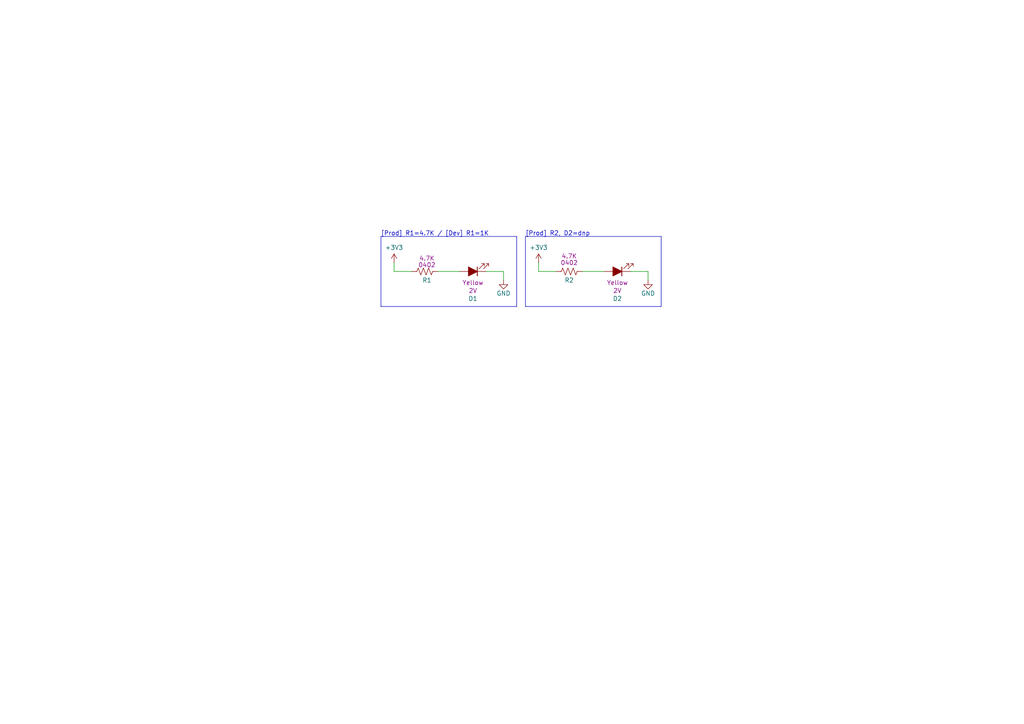
<source format=kicad_sch>
(kicad_sch (version 20231120) (generator "eeschema") (generator_version "8.99")
  (paper "A4")
  (lib_symbols
    (symbol "Device:LED_ALT" (pin_numbers hide) (pin_names (offset 1.016) hide)
      (property "Reference" "D" (at 0 2.54 0))
      (property "Value" "LED_ALT" (at 0 -2.54 0))
      (symbol "LED_ALT_0_1"
        (polyline (pts (xy -1.27 -1.27) (xy -1.27 1.27)) (stroke (width 0.254)))
        (polyline (pts (xy -1.27 0) (xy 1.27 0)))
        (polyline (pts (xy 1.27 -1.27) (xy 1.27 1.27) (xy -1.27 0) (xy 1.27 -1.27)) (stroke (width 0.254)) (fill (type outline)))
        (polyline (pts (xy -3.048 -0.762) (xy -4.572 -2.286) (xy -3.81 -2.286) (xy -4.572 -2.286) (xy -4.572 -1.524)))
        (polyline (pts (xy -1.778 -0.762) (xy -3.302 -2.286) (xy -2.54 -2.286) (xy -3.302 -2.286) (xy -3.302 -1.524)))
      )
      (symbol "LED_ALT_1_1"
        (pin passive line (at -3.81 0 0) (length 2.54) (name "K") (number "1"))
        (pin passive line (at 3.81 0 180) (length 2.54) (name "A") (number "2"))
      )
    )
    (symbol "Device:R_US" (pin_numbers hide) (pin_names (offset 0))
      (property "Reference" "R" (at 2.54 0 90))
      (property "Value" "R_US" (at -2.54 0 90))
      (symbol "R_US_0_1"
        (polyline (pts (xy 0 -2.286) (xy 0 -2.54)))
        (polyline (pts (xy 0 2.286) (xy 0 2.54)))
        (polyline (pts (xy 0 -0.762) (xy 1.016 -1.143) (xy 0 -1.524) (xy -1.016 -1.905) (xy 0 -2.286)))
        (polyline (pts (xy 0 0.762) (xy 1.016 0.381) (xy 0 0) (xy -1.016 -0.381) (xy 0 -0.762)))
        (polyline (pts (xy 0 2.286) (xy 1.016 1.905) (xy 0 1.524) (xy -1.016 1.143) (xy 0 0.762)))
      )
      (symbol "R_US_1_1"
        (pin passive line (at 0 3.81 270) (length 1.27) (name "~") (number "1"))
        (pin passive line (at 0 -3.81 90) (length 1.27) (name "~") (number "2"))
      )
    )
    (symbol "power:+3.3V" (power) (pin_names (offset 0))
      (property "Value" "+3.3V" (at 0 3.556 0))
      (symbol "+3.3V_0_1"
        (polyline (pts (xy -0.762 1.27) (xy 0 2.54)))
        (polyline (pts (xy 0 0) (xy 0 2.54)))
        (polyline (pts (xy 0 2.54) (xy 0.762 1.27)))
      )
      (symbol "+3.3V_1_1"
        (pin power_in line (at 0 0 90) (length 0) hide (name "+3V3") (number "1"))
      )
    )
    (symbol "power:GND" (power) (pin_names (offset 0))
      (property "Value" "GND" (at 0 -3.81 0))
      (symbol "GND_0_1"
        (polyline (pts (xy 0 0) (xy 0 -1.27) (xy 1.27 -1.27) (xy 0 -2.54) (xy -1.27 -1.27) (xy 0 -1.27)))
      )
      (symbol "GND_1_1"
        (pin power_in line (at 0 0 270) (length 0) hide (name "GND") (number "1"))
      )
    )
  )
  (polyline (pts (xy 152.4 68.58) (xy 191.77 68.58)))
  (wire (pts (xy 127 78.74) (xy 133.35 78.74)))
  (wire (pts (xy 156.21 78.74) (xy 161.29 78.74)))
  (wire (pts (xy 168.91 78.74) (xy 175.26 78.74)))
  (wire (pts (xy 114.3 78.74) (xy 119.38 78.74)))
  (polyline (pts (xy 149.86 88.9) (xy 110.49 88.9)))
  (wire (pts (xy 140.97 78.74) (xy 146.05 78.74)))
  (wire (pts (xy 156.21 76.2) (xy 156.21 78.74)))
  (polyline (pts (xy 152.4 88.9) (xy 152.4 68.58)))
  (polyline (pts (xy 191.77 88.9) (xy 152.4 88.9)))
  (polyline (pts (xy 191.77 68.58) (xy 191.77 88.9)))
  (wire (pts (xy 182.88 78.74) (xy 187.96 78.74)))
  (wire (pts (xy 146.05 78.74) (xy 146.05 81.28)))
  (polyline (pts (xy 149.86 68.58) (xy 149.86 88.9)))
  (wire (pts (xy 114.3 76.2) (xy 114.3 78.74)))
  (polyline (pts (xy 110.49 88.9) (xy 110.49 68.58)))
  (wire (pts (xy 187.96 78.74) (xy 187.96 81.28)))
  (polyline (pts (xy 110.49 68.58) (xy 149.86 68.58)))
  (text "[Prod] R1=4.7K / [Dev] R1=1K" (at 110.49 68.58 0) (effects (font (size 1.27 1.27)) (justify left bottom)))
  (text "[Prod] R2, D2=dnp" (at 152.4 68.58 0) (effects (font (size 1.27 1.27)) (justify left bottom)))
  (symbol (lib_id "Device:R_US") (at 123.19 78.74 270) (unit 1)
    (property "Reference" "R1" (at 123.825 81.28 90))
    (property "Value" "RES-000007-00" (effects (hide yes)))
    (property "Footprint" "Resistors:R0402" (effects (hide yes)))
    (property "Manufacturer" "Stackpole Electronics Inc" (effects (hide yes)))
    (property "Manufacturer Part Number" "RMCF0402FT4K70" (effects (hide yes)))
    (property "Resistance (Ohms)" "4.7K" (at 123.825 74.93 90))
    (property "Tolerance (%)" "±1%" (effects (hide yes)))
    (property "Package Type" "0402" (at 123.825 76.835 90))
    (property "Power (Watts)" "1/16W" (effects (hide yes)))
    (property "DEV:Value" "RES-000045-00" (effects (hide yes)))
    (property "DEV:Manufacturer" "Yageo" (effects (hide yes)))
    (property "DEV:Manufacturer Part Number" "RC0402FR-071KL" (effects (hide yes)))
    (property "DEV:Description" "RES SMD 1K OHM 1% 1/16W 0402" (effects (hide yes)))
  )
  (symbol (lib_id "Device:LED_ALT") (at 137.16 78.74 180) (unit 1)
    (property "Reference" "D1" (at 137.16 86.614 0))
    (property "Value" "DIO-000062-00" (effects (hide yes)))
    (property "Footprint" "Diodes:LED0603-YELLOW" (effects (hide yes)))
    (property "Manufacturer" "Würth Elektronik" (effects (hide yes)))
    (property "Manufacturer Part Number" "150060YS75000" (effects (hide yes)))
    (property "Part Number" "150060YS75000" (effects (hide yes)))
    (property "Forward Voltage (Volt)" "2V" (at 137.16 84.3026 0))
    (property "LED Color" "Yellow" (at 137.16 81.9912 0))
  )
  (symbol (lib_id "power:+3.3V") (at 114.3 76.2 0) (unit 1)
    (property "Reference" "#PWR0101" (effects (hide yes)))
    (property "Value" "+3V3" (at 114.3 71.8058 0))
  )
  (symbol (lib_id "power:GND") (at 146.05 81.28 0) (unit 1)
    (property "Reference" "#PWR0102" (effects (hide yes)))
    (property "Value" "GND" (at 146.05 85.09 0))
  )
  (symbol (lib_id "Device:R_US") (at 165.1 78.74 270) (unit 1)
    (property "Reference" "R2" (at 165.1 81.28 90))
    (property "Value" "RES-000007-00" (effects (hide yes)))
    (property "Footprint" "Resistors:R0402" (effects (hide yes)))
    (property "Manufacturer" "Stackpole Electronics Inc" (effects (hide yes)))
    (property "Manufacturer Part Number" "RMCF0402FT4K70" (effects (hide yes)))
    (property "Resistance (Ohms)" "4.7K" (at 165.1 74.295 90))
    (property "Tolerance (%)" "±1%" (effects (hide yes)))
    (property "Package Type" "0402" (at 165.1 76.2 90))
    (property "Power (Watts)" "1/16W" (effects (hide yes)))
    (property "PROD" "dnp" (effects (hide yes)))
  )
  (symbol (lib_id "Device:LED_ALT") (at 179.07 78.74 180) (unit 1)
    (property "Reference" "D2" (at 179.07 86.614 0))
    (property "Value" "DIO-000062-00" (effects (hide yes)))
    (property "Footprint" "Diodes:LED0603-YELLOW" (effects (hide yes)))
    (property "Manufacturer" "Würth Elektronik" (effects (hide yes)))
    (property "Manufacturer Part Number" "150060YS75000" (effects (hide yes)))
    (property "Part Number" "150060YS75000" (effects (hide yes)))
    (property "Forward Voltage (Volt)" "2V" (at 179.07 84.3026 0))
    (property "LED Color" "Yellow" (at 179.07 81.9912 0))
    (property "PROD" "dnp" (effects (hide yes)))
  )
  (symbol (lib_id "power:+3.3V") (at 156.21 76.2 0) (unit 1)
    (property "Reference" "#PWR0103" (effects (hide yes)))
    (property "Value" "+3V3" (at 156.21 71.8058 0))
  )
  (symbol (lib_id "power:GND") (at 187.96 81.28 0) (unit 1)
    (property "Reference" "#PWR0104" (effects (hide yes)))
    (property "Value" "GND" (at 187.96 85.09 0))
  )
)
</source>
